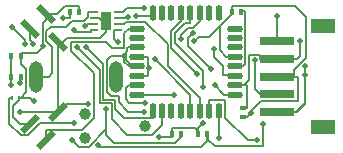
<source format=gtl>
G04*
G04 #@! TF.GenerationSoftware,Altium Limited,Altium Designer,21.6.4 (81)*
G04*
G04 Layer_Physical_Order=1*
G04 Layer_Color=255*
%FSLAX44Y44*%
%MOMM*%
G71*
G04*
G04 #@! TF.SameCoordinates,42E99185-249E-4A08-A5EB-3BBFC5BDC6E3*
G04*
G04*
G04 #@! TF.FilePolarity,Positive*
G04*
G01*
G75*
%ADD12C,0.1524*%
%ADD16R,2.9972X0.7112*%
%ADD17R,0.4000X0.5000*%
%ADD21R,0.2500X0.3000*%
%ADD23R,0.6350X0.2032*%
%ADD24R,0.8890X1.6002*%
%ADD25R,0.5000X0.4000*%
%ADD29R,2.0066X1.1938*%
G04:AMPARAMS|DCode=30|XSize=0.55mm|YSize=1.8mm|CornerRadius=0mm|HoleSize=0mm|Usage=FLASHONLY|Rotation=45.000|XOffset=0mm|YOffset=0mm|HoleType=Round|Shape=Rectangle|*
%AMROTATEDRECTD30*
4,1,4,0.4419,-0.8309,-0.8309,0.4419,-0.4419,0.8309,0.8309,-0.4419,0.4419,-0.8309,0.0*
%
%ADD30ROTATEDRECTD30*%

%ADD31O,1.3500X0.5500*%
%ADD32O,0.5500X1.3500*%
G04:AMPARAMS|DCode=33|XSize=0.55mm|YSize=1.8mm|CornerRadius=0mm|HoleSize=0mm|Usage=FLASHONLY|Rotation=135.000|XOffset=0mm|YOffset=0mm|HoleType=Round|Shape=Rectangle|*
%AMROTATEDRECTD33*
4,1,4,0.8309,0.4419,-0.4419,-0.8309,-0.8309,-0.4419,0.4419,0.8309,0.8309,0.4419,0.0*
%
%ADD33ROTATEDRECTD33*%

%ADD34C,0.9910*%
G04:AMPARAMS|DCode=35|XSize=1.147mm|YSize=2.667mm|CornerRadius=0.5735mm|HoleSize=0mm|Usage=FLASHONLY|Rotation=0.000|XOffset=0mm|YOffset=0mm|HoleType=Round|Shape=RoundedRectangle|*
%AMROUNDEDRECTD35*
21,1,1.1470,1.5200,0,0,0.0*
21,1,0.0000,2.6670,0,0,0.0*
1,1,1.1470,0.0000,-0.7600*
1,1,1.1470,0.0000,-0.7600*
1,1,1.1470,0.0000,0.7600*
1,1,1.1470,0.0000,0.7600*
%
%ADD35ROUNDEDRECTD35*%
%ADD36C,0.5080*%
D12*
X72009Y101346D02*
Y102870D01*
X243840Y63500D02*
Y69356D01*
Y63500D02*
X247396D01*
X229870D02*
X243840D01*
X181102Y106172D02*
X191580Y116650D01*
X172212Y97282D02*
X181102Y106172D01*
X162560Y17780D02*
Y19558D01*
Y15240D02*
Y17780D01*
X129540Y12700D02*
X140780D01*
X110490Y114554D02*
X124400D01*
X215646Y78500D02*
Y82042D01*
X201869Y56200D02*
X203708D01*
X193900D02*
X201869D01*
X120142Y70358D02*
Y79946D01*
Y64454D02*
Y70358D01*
X31496Y88900D02*
Y89535D01*
X12890Y83820D02*
X26416D01*
X84836Y14224D02*
Y18715D01*
X12700Y45720D02*
X20574D01*
X11430D02*
X12700D01*
X171259Y9969D02*
X176872Y4357D01*
X170560Y10669D02*
X171259Y9969D01*
X91948Y95631D02*
Y102870D01*
X253492Y40104D02*
Y41402D01*
Y64770D02*
Y72136D01*
Y41402D02*
Y64770D01*
X245590Y33500D02*
X246888D01*
X229870D02*
X245590D01*
X100024Y28831D02*
X124400D01*
X199580Y118618D02*
X202692D01*
X102997Y85725D02*
Y87884D01*
Y84836D02*
Y85725D01*
X101854Y83693D02*
Y84582D01*
Y77280D02*
Y83693D01*
X106934Y72200D02*
X110900D01*
X104076D02*
X106934D01*
X101854Y83693D02*
X102997Y84836D01*
X99187Y81026D02*
X101854Y83693D01*
X72009Y102870D02*
X75184D01*
X71755Y101092D02*
X72009Y101346D01*
X59309Y101092D02*
X71755D01*
X57658Y102743D02*
X59309Y101092D01*
X154686Y89329D02*
X173736Y70279D01*
X154686Y89329D02*
Y95758D01*
X159004Y100076D01*
X176276Y86868D02*
X176784Y86360D01*
Y80058D02*
Y86360D01*
Y80058D02*
X184404Y72438D01*
Y64454D02*
Y72438D01*
Y64454D02*
X193900Y64200D01*
X160274Y20066D02*
X162560Y17780D01*
X141034Y20066D02*
X160274D01*
X140780Y15240D02*
X141034Y20066D01*
X247396Y63500D02*
X247650Y42672D01*
X215900Y42418D02*
X247650Y42672D01*
X208026Y34544D02*
X215900Y42418D01*
X208026Y33020D02*
Y34544D01*
X50800Y40640D02*
X70104D01*
X44045Y33885D02*
X50800Y40640D01*
X44045Y93115D02*
X48660D01*
X51557Y96012D01*
X79502D01*
X85090Y101600D01*
Y110490D01*
X20357Y94459D02*
Y103368D01*
Y94459D02*
X23563Y91254D01*
X124400Y114554D02*
Y117700D01*
X249174Y80786D02*
Y93472D01*
X246888Y78500D02*
X249174Y80786D01*
X229870Y78500D02*
X246888D01*
X120142Y70358D02*
X121666D01*
X11430Y43791D02*
Y45720D01*
X5993Y38354D02*
X11430Y43791D01*
X5993Y29416D02*
Y38354D01*
Y29416D02*
X11777Y23632D01*
X20357D01*
X84836Y14224D02*
X91948Y7112D01*
X143192D01*
X148780Y12700D01*
Y15240D01*
X31496Y108966D02*
X33792Y111262D01*
X26416Y83820D02*
X31496Y88900D01*
X12890Y81280D02*
Y83820D01*
X229870Y93500D02*
Y114554D01*
X12192Y57658D02*
X12700Y58166D01*
X78486Y5334D02*
X80010Y3810D01*
X165100D01*
X171259Y9969D01*
X170560Y15240D02*
X171259Y9969D01*
X148400Y110490D02*
Y117700D01*
X140208Y102298D02*
X148400Y110490D01*
X140208Y87884D02*
Y102298D01*
Y87884D02*
X162306Y65786D01*
X156400Y34700D02*
Y48324D01*
X126492Y78232D02*
X156400Y48324D01*
X91948Y95631D02*
X95123Y92456D01*
X91948Y102870D02*
X94996D01*
X104775Y41402D02*
X117602D01*
X101600Y44577D02*
X104775Y41402D01*
X101600Y44577D02*
Y53660D01*
X104140Y56200D01*
X110900D01*
Y48200D02*
X142748D01*
X245590Y33500D02*
X253492Y41402D01*
X167234Y54508D02*
Y68097D01*
X143256Y92075D02*
X167234Y68097D01*
X143256Y92075D02*
Y100690D01*
X151532Y108966D01*
X156146D01*
X156400Y117700D01*
X246888Y33500D02*
X253492Y40104D01*
X210820Y53326D02*
Y77216D01*
Y53326D02*
X215646Y48500D01*
X229870D01*
X124400Y28831D02*
Y34700D01*
X92710Y36145D02*
X100024Y28831D01*
X92710Y36145D02*
Y43559D01*
X92456Y43814D02*
X92710Y43559D01*
X82804Y43814D02*
X92456D01*
X82550Y44068D02*
X82804Y43814D01*
X82550Y44068D02*
Y73734D01*
X68146Y88138D02*
X82550Y73734D01*
X103886Y113284D02*
Y114300D01*
X103632Y113030D02*
X103886Y113284D01*
X94996Y113030D02*
X103632D01*
X132400Y22672D02*
Y34700D01*
X123952Y14224D02*
X132400Y22672D01*
X103095Y14224D02*
X123952D01*
X89662Y27657D02*
X103095Y14224D01*
X89662Y27657D02*
Y40511D01*
X89408Y40766D02*
X89662Y40511D01*
X79756Y40766D02*
X89408D01*
X79502Y41020D02*
X79756Y40766D01*
X79502Y41020D02*
Y69088D01*
X60452Y88138D02*
X79502Y69088D01*
X102616Y121666D02*
X117094D01*
X99060Y118110D02*
X102616Y121666D01*
X94996Y118110D02*
X99060D01*
X103313Y88200D02*
X110900D01*
X102997Y87884D02*
X103313Y88200D01*
X88900Y81026D02*
X99187D01*
X85598Y77724D02*
X88900Y81026D01*
X85598Y50163D02*
Y77724D01*
Y50163D02*
X88900Y46862D01*
X95504D01*
X95758Y46607D01*
Y42113D02*
Y46607D01*
Y42113D02*
X103962Y33909D01*
X117348D01*
X100076Y76200D02*
X104076Y72200D01*
X100076Y76200D02*
Y80518D01*
X16101Y90960D02*
Y94135D01*
X5080Y105156D02*
X16101Y94135D01*
X48514Y113284D02*
X54166D01*
X54420Y118110D01*
X3199Y45720D02*
X5430D01*
X2945Y45466D02*
X3199Y45720D01*
X2945Y23725D02*
Y45466D01*
Y23725D02*
X12700Y13970D01*
X19304D01*
X29210Y23876D01*
X57912D01*
X4700Y56768D02*
Y63500D01*
X12206Y33885D02*
X44045D01*
X31496Y89535D02*
Y108966D01*
X33792Y111262D02*
Y116803D01*
X20574Y45720D02*
X23622Y42672D01*
X56134Y10160D02*
X62105Y4189D01*
X70310D01*
X84836Y18715D01*
Y35814D01*
X184912Y48200D02*
X193900D01*
X176911Y56201D02*
X184912Y48200D01*
X101854Y84582D02*
X102997Y85725D01*
X101854Y77280D02*
X106934Y72200D01*
X33792Y10197D02*
Y18034D01*
X34055Y18297D01*
X64652D01*
X74930Y28575D01*
Y66174D01*
X55626Y85478D02*
X74930Y66174D01*
X55626Y85478D02*
Y92710D01*
X55880Y92964D01*
X84963D01*
X90297Y87630D01*
X99695D01*
X99949Y87884D01*
Y100009D01*
X104140Y104200D01*
X110900D01*
X172400Y34700D02*
Y43688D01*
X172654Y43942D01*
X185420D01*
X185674Y43688D01*
Y28575D02*
Y43688D01*
Y28575D02*
X204851Y9398D01*
X212852D01*
X140780Y12700D02*
Y15240D01*
X180400Y11430D02*
Y34700D01*
X164400Y110552D02*
Y117700D01*
X158750Y104902D02*
X164400Y110552D01*
X154813Y104902D02*
X158750D01*
X148209Y98298D02*
X154813Y104902D01*
X148209Y95123D02*
Y98298D01*
X164400Y34700D02*
Y45199D01*
X137160Y72439D02*
X164400Y45199D01*
X137160Y72439D02*
Y90678D01*
X118364Y109474D02*
X137160Y90678D01*
X101854Y109474D02*
X118364D01*
X100330Y107950D02*
X101854Y109474D01*
X94996Y107950D02*
X100330D01*
X12700Y58166D02*
Y63500D01*
X67056Y105918D02*
X69088Y107950D01*
X75184D01*
X25690Y63500D02*
X36479D01*
X39655Y66675D01*
Y88869D01*
X34544Y93980D02*
X39655Y88869D01*
X34544Y93980D02*
Y102021D01*
X38100Y105577D01*
X50906D01*
X56073Y110744D01*
X66040D01*
X69596Y114300D01*
Y117856D01*
X69850Y118110D01*
X75184D01*
X191580Y116650D02*
Y118110D01*
X181102Y85725D02*
Y106172D01*
Y85725D02*
X186627Y80200D01*
X193900D01*
X200660Y29020D02*
X204026D01*
X208026Y33020D01*
X217913Y4826D02*
Y23622D01*
X217443Y4357D02*
X217913Y4826D01*
X176872Y4357D02*
X217443D01*
X170560Y10669D02*
Y15240D01*
X199580Y118110D02*
Y118618D01*
X202692D02*
X202946Y118364D01*
Y73978D02*
Y118364D01*
X201168Y72200D02*
X202946Y73978D01*
X193900Y72200D02*
X201168D01*
X215646Y78500D02*
X229870D01*
X206248Y82042D02*
X215646D01*
X205994Y81788D02*
X206248Y82042D01*
X205994Y60325D02*
Y81788D01*
X201869Y56200D02*
X205994Y60325D01*
X33792Y116803D02*
X43905D01*
X50038Y122936D01*
X62166D01*
X62420Y122682D01*
Y118110D02*
Y122682D01*
X12890Y74232D02*
Y81280D01*
Y74232D02*
X17018Y70104D01*
Y50038D02*
Y70104D01*
X12700Y45720D02*
X17018Y50038D01*
X162560Y19558D02*
X167386Y24384D01*
X110900Y80200D02*
X119888D01*
X120142Y79946D01*
X119888Y64200D02*
X120142Y64454D01*
X110900Y64200D02*
X119888D01*
X243840Y69356D02*
X254000Y79516D01*
Y113665D01*
X244729Y122936D02*
X254000Y113665D01*
X191834Y122936D02*
X244729D01*
X191580Y122682D02*
X191834Y122936D01*
X191580Y118110D02*
Y122682D01*
X159512Y93472D02*
X163322Y97282D01*
X172212D01*
X200660Y37020D02*
X203708D01*
X203962Y37274D01*
Y55946D01*
X203708Y56200D02*
X203962Y55946D01*
X81280Y110490D02*
X85090D01*
X78740Y113030D02*
X81280Y110490D01*
X75184Y113030D02*
X78740D01*
X44045Y33885D02*
Y93115D01*
X4890Y72326D02*
Y81280D01*
X4700Y72136D02*
X4890Y72326D01*
X4700Y63500D02*
Y72136D01*
D16*
X229870Y33500D02*
D03*
Y48500D02*
D03*
Y63500D02*
D03*
Y78500D02*
D03*
Y93500D02*
D03*
D17*
X199580Y118110D02*
D03*
X191580D02*
D03*
X4700Y63500D02*
D03*
X12700D02*
D03*
X170560Y15240D02*
D03*
X162560D02*
D03*
X62420Y118110D02*
D03*
X54420D02*
D03*
X12890Y81280D02*
D03*
X4890D02*
D03*
X148780Y15240D02*
D03*
X140780D02*
D03*
D21*
X5430Y45720D02*
D03*
X11430D02*
D03*
D23*
X94996Y102870D02*
D03*
Y107950D02*
D03*
Y113030D02*
D03*
Y118110D02*
D03*
X75184D02*
D03*
Y113030D02*
D03*
Y107950D02*
D03*
Y102870D02*
D03*
D24*
X85090Y110490D02*
D03*
D25*
X200660Y29020D02*
D03*
Y37020D02*
D03*
D29*
X268890Y21000D02*
D03*
Y106000D02*
D03*
D30*
X44045Y93115D02*
D03*
X20357Y103368D02*
D03*
X33792Y116803D02*
D03*
D31*
X110900Y104200D02*
D03*
Y96200D02*
D03*
Y88200D02*
D03*
Y80200D02*
D03*
Y72200D02*
D03*
Y64200D02*
D03*
Y56200D02*
D03*
Y48200D02*
D03*
X193900D02*
D03*
Y56200D02*
D03*
Y64200D02*
D03*
Y72200D02*
D03*
Y80200D02*
D03*
Y88200D02*
D03*
Y96200D02*
D03*
Y104200D02*
D03*
D32*
X124400Y34700D02*
D03*
X132400D02*
D03*
X140400D02*
D03*
X148400D02*
D03*
X156400D02*
D03*
X164400D02*
D03*
X172400D02*
D03*
X180400D02*
D03*
Y117700D02*
D03*
X172400D02*
D03*
X164400D02*
D03*
X156400D02*
D03*
X148400D02*
D03*
X140400D02*
D03*
X132400D02*
D03*
X124400D02*
D03*
D33*
X20357Y23632D02*
D03*
X33792Y10197D02*
D03*
X44045Y33885D02*
D03*
D34*
X118110Y21590D02*
D03*
X67310Y11430D02*
D03*
Y31750D02*
D03*
D35*
X25690Y63500D02*
D03*
X93690D02*
D03*
D36*
X57658Y102743D02*
D03*
X173736Y70279D02*
D03*
X159004Y100076D02*
D03*
X176276Y86868D02*
D03*
X208026Y33020D02*
D03*
X70104Y40640D02*
D03*
X23563Y91254D02*
D03*
X110490Y114554D02*
D03*
X249174Y93472D02*
D03*
X121666Y70358D02*
D03*
X84836Y35814D02*
D03*
X229870Y114554D02*
D03*
X78486Y5334D02*
D03*
X162306Y65786D02*
D03*
X126492Y78232D02*
D03*
X95123Y92456D02*
D03*
X117602Y41402D02*
D03*
X142748Y48200D02*
D03*
X253492Y72136D02*
D03*
X167234Y54508D02*
D03*
X253492Y64770D02*
D03*
X210820Y77216D02*
D03*
X68146Y88138D02*
D03*
X103886Y114300D02*
D03*
X60452Y88138D02*
D03*
X117094Y121666D02*
D03*
X117348Y33909D02*
D03*
X100076Y80518D02*
D03*
X16101Y90960D02*
D03*
X5080Y105156D02*
D03*
X48514Y113284D02*
D03*
X57912Y23876D02*
D03*
X4700Y56768D02*
D03*
X12206Y33885D02*
D03*
X31496Y89535D02*
D03*
X23622Y42672D02*
D03*
X56134Y10160D02*
D03*
X176911Y56201D02*
D03*
X212852Y9398D02*
D03*
X129540Y12700D02*
D03*
X180400Y11430D02*
D03*
X148209Y95123D02*
D03*
X12192Y57658D02*
D03*
X67056Y105918D02*
D03*
X217913Y23622D02*
D03*
X167386Y24384D02*
D03*
X159512Y93472D02*
D03*
M02*

</source>
